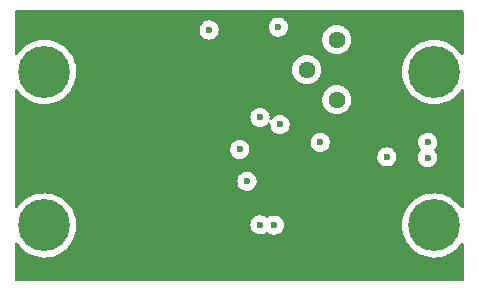
<source format=gbr>
%TF.GenerationSoftware,KiCad,Pcbnew,(6.0.4-0)*%
%TF.CreationDate,2022-11-03T14:14:05-06:00*%
%TF.ProjectId,howland,686f776c-616e-4642-9e6b-696361645f70,rev?*%
%TF.SameCoordinates,Original*%
%TF.FileFunction,Copper,L3,Inr*%
%TF.FilePolarity,Positive*%
%FSLAX46Y46*%
G04 Gerber Fmt 4.6, Leading zero omitted, Abs format (unit mm)*
G04 Created by KiCad (PCBNEW (6.0.4-0)) date 2022-11-03 14:14:05*
%MOMM*%
%LPD*%
G01*
G04 APERTURE LIST*
%TA.AperFunction,ComponentPad*%
%ADD10C,0.700000*%
%TD*%
%TA.AperFunction,ComponentPad*%
%ADD11C,4.400000*%
%TD*%
%TA.AperFunction,ComponentPad*%
%ADD12C,1.440000*%
%TD*%
%TA.AperFunction,ViaPad*%
%ADD13C,0.600000*%
%TD*%
G04 APERTURE END LIST*
D10*
%TO.N,GNDPWR*%
%TO.C,MH1*%
X101350000Y-84000000D03*
X103000000Y-82350000D03*
X104166726Y-85166726D03*
X104166726Y-82833274D03*
D11*
X103000000Y-84000000D03*
D10*
X104650000Y-84000000D03*
X101833274Y-82833274D03*
X101833274Y-85166726D03*
X103000000Y-85650000D03*
%TD*%
D11*
%TO.N,GNDPWR*%
%TO.C,MH2*%
X136000000Y-84000000D03*
D10*
X137166726Y-82833274D03*
X134350000Y-84000000D03*
X137650000Y-84000000D03*
X137166726Y-85166726D03*
X136000000Y-82350000D03*
X136000000Y-85650000D03*
X134833274Y-85166726D03*
X134833274Y-82833274D03*
%TD*%
%TO.N,GNDPWR*%
%TO.C,MH3*%
X101833274Y-98166726D03*
D11*
X103000000Y-97000000D03*
D10*
X104166726Y-98166726D03*
X101833274Y-95833274D03*
X104166726Y-95833274D03*
X103000000Y-95350000D03*
X104650000Y-97000000D03*
X101350000Y-97000000D03*
X103000000Y-98650000D03*
%TD*%
D11*
%TO.N,GNDPWR*%
%TO.C,MH4*%
X136000000Y-97000000D03*
D10*
X134833274Y-95833274D03*
X134350000Y-97000000D03*
X137650000Y-97000000D03*
X136000000Y-95350000D03*
X137166726Y-98166726D03*
X137166726Y-95833274D03*
X134833274Y-98166726D03*
X136000000Y-98650000D03*
%TD*%
D12*
%TO.N,Net-(R5-Pad2)*%
%TO.C,RV1*%
X127750000Y-86350000D03*
%TO.N,Net-(RV1-Pad2)*%
X125210000Y-83810000D03*
%TO.N,Net-(R6-Pad1)*%
X127750000Y-81270000D03*
%TD*%
D13*
%TO.N,GND*%
X136950000Y-80550000D03*
X132908411Y-81708411D03*
X112250000Y-80250000D03*
X132050000Y-92200000D03*
X112650000Y-88750000D03*
X127550000Y-91850000D03*
X127450000Y-94350000D03*
X131850000Y-86350000D03*
X124150000Y-94650000D03*
X116150000Y-89150000D03*
X112650000Y-93650000D03*
%TO.N,+3V3*%
X116950000Y-80450000D03*
X121250000Y-87850000D03*
X121250000Y-96950000D03*
X122800000Y-80200000D03*
%TO.N,VD*%
X132000000Y-91200000D03*
X135450000Y-91250000D03*
X122465000Y-96965000D03*
X122950000Y-88450000D03*
%TO.N,/Channel1/buffer/out+*%
X120150000Y-93250000D03*
X119550000Y-90550000D03*
%TO.N,/sda-tx*%
X135450000Y-89950000D03*
X126350000Y-89950000D03*
%TD*%
%TA.AperFunction,Conductor*%
%TO.N,GND*%
G36*
X138433621Y-78778502D02*
G01*
X138480114Y-78832158D01*
X138491500Y-78884500D01*
X138491500Y-82433521D01*
X138471498Y-82501642D01*
X138417842Y-82548135D01*
X138347568Y-82558239D01*
X138282988Y-82528745D01*
X138257557Y-82498515D01*
X138236226Y-82463084D01*
X138233899Y-82460100D01*
X138233894Y-82460093D01*
X138037726Y-82208558D01*
X138037724Y-82208556D01*
X138035390Y-82205563D01*
X137805070Y-81974034D01*
X137548603Y-81771852D01*
X137269705Y-81601945D01*
X137266261Y-81600379D01*
X137266257Y-81600377D01*
X137022300Y-81489457D01*
X136972414Y-81466775D01*
X136661037Y-81368300D01*
X136443492Y-81327390D01*
X136343809Y-81308645D01*
X136343807Y-81308645D01*
X136340086Y-81307945D01*
X136014208Y-81286586D01*
X136010428Y-81286794D01*
X136010427Y-81286794D01*
X135912897Y-81292162D01*
X135688124Y-81304532D01*
X135684397Y-81305193D01*
X135684393Y-81305193D01*
X135527341Y-81333027D01*
X135366557Y-81361522D01*
X135362941Y-81362624D01*
X135362933Y-81362626D01*
X135057789Y-81455627D01*
X135054167Y-81456731D01*
X134755477Y-81588781D01*
X134730041Y-81603914D01*
X134478074Y-81753817D01*
X134478068Y-81753821D01*
X134474814Y-81755757D01*
X134471812Y-81758073D01*
X134299384Y-81891101D01*
X134216244Y-81955243D01*
X133983513Y-82184347D01*
X133981149Y-82187314D01*
X133981146Y-82187317D01*
X133790551Y-82426499D01*
X133779991Y-82439751D01*
X133608626Y-82717757D01*
X133471902Y-83014336D01*
X133470741Y-83017940D01*
X133470741Y-83017941D01*
X133462196Y-83044477D01*
X133371797Y-83325192D01*
X133371079Y-83328903D01*
X133371078Y-83328907D01*
X133310482Y-83642105D01*
X133310481Y-83642114D01*
X133309763Y-83645824D01*
X133309496Y-83649600D01*
X133309495Y-83649605D01*
X133297751Y-83815475D01*
X133286698Y-83971585D01*
X133302936Y-84297759D01*
X133303577Y-84301490D01*
X133303578Y-84301498D01*
X133356000Y-84606576D01*
X133358241Y-84619619D01*
X133359329Y-84623258D01*
X133359330Y-84623261D01*
X133435507Y-84877976D01*
X133451814Y-84932504D01*
X133453327Y-84935975D01*
X133453329Y-84935981D01*
X133508500Y-85062563D01*
X133582297Y-85231881D01*
X133584220Y-85235152D01*
X133584222Y-85235156D01*
X133626584Y-85307215D01*
X133747802Y-85513414D01*
X133750103Y-85516429D01*
X133943631Y-85770012D01*
X133943636Y-85770017D01*
X133945931Y-85773025D01*
X134173814Y-86006953D01*
X134246635Y-86065607D01*
X134425196Y-86209431D01*
X134425201Y-86209435D01*
X134428149Y-86211809D01*
X134705253Y-86384627D01*
X135001112Y-86522903D01*
X135311440Y-86624634D01*
X135631742Y-86688346D01*
X135635514Y-86688633D01*
X135635522Y-86688634D01*
X135953602Y-86712829D01*
X135953607Y-86712829D01*
X135957379Y-86713116D01*
X136283633Y-86698586D01*
X136343425Y-86688634D01*
X136602037Y-86645590D01*
X136602042Y-86645589D01*
X136605778Y-86644967D01*
X136919149Y-86553034D01*
X136922616Y-86551544D01*
X136922620Y-86551543D01*
X137215721Y-86425616D01*
X137215723Y-86425615D01*
X137219205Y-86424119D01*
X137501601Y-86260091D01*
X137762245Y-86063324D01*
X137997363Y-85836670D01*
X138203549Y-85583410D01*
X138258939Y-85495622D01*
X138312205Y-85448685D01*
X138382392Y-85437996D01*
X138447217Y-85466951D01*
X138486096Y-85526355D01*
X138491500Y-85562859D01*
X138491500Y-95433521D01*
X138471498Y-95501642D01*
X138417842Y-95548135D01*
X138347568Y-95558239D01*
X138282988Y-95528745D01*
X138257557Y-95498515D01*
X138236226Y-95463084D01*
X138233899Y-95460100D01*
X138233894Y-95460093D01*
X138037726Y-95208558D01*
X138037724Y-95208556D01*
X138035390Y-95205563D01*
X137805070Y-94974034D01*
X137548603Y-94771852D01*
X137269705Y-94601945D01*
X137266261Y-94600379D01*
X137266257Y-94600377D01*
X137155667Y-94550095D01*
X136972414Y-94466775D01*
X136661037Y-94368300D01*
X136443492Y-94327390D01*
X136343809Y-94308645D01*
X136343807Y-94308645D01*
X136340086Y-94307945D01*
X136014208Y-94286586D01*
X136010428Y-94286794D01*
X136010427Y-94286794D01*
X135912897Y-94292162D01*
X135688124Y-94304532D01*
X135684397Y-94305193D01*
X135684393Y-94305193D01*
X135527340Y-94333027D01*
X135366557Y-94361522D01*
X135362941Y-94362624D01*
X135362933Y-94362626D01*
X135057789Y-94455627D01*
X135054167Y-94456731D01*
X134755477Y-94588781D01*
X134730041Y-94603914D01*
X134478074Y-94753817D01*
X134478068Y-94753821D01*
X134474814Y-94755757D01*
X134216244Y-94955243D01*
X133983513Y-95184347D01*
X133981149Y-95187314D01*
X133981146Y-95187317D01*
X133964220Y-95208558D01*
X133779991Y-95439751D01*
X133608626Y-95717757D01*
X133471902Y-96014336D01*
X133470741Y-96017940D01*
X133470741Y-96017941D01*
X133462196Y-96044477D01*
X133371797Y-96325192D01*
X133371079Y-96328903D01*
X133371078Y-96328907D01*
X133310482Y-96642105D01*
X133310481Y-96642114D01*
X133309763Y-96645824D01*
X133309496Y-96649600D01*
X133309495Y-96649605D01*
X133288534Y-96945653D01*
X133286698Y-96971585D01*
X133288003Y-96997790D01*
X133294378Y-97125844D01*
X133302936Y-97297759D01*
X133303577Y-97301490D01*
X133303578Y-97301498D01*
X133357116Y-97613069D01*
X133358241Y-97619619D01*
X133359329Y-97623258D01*
X133359330Y-97623261D01*
X133401013Y-97762637D01*
X133451814Y-97932504D01*
X133582297Y-98231881D01*
X133584220Y-98235152D01*
X133584222Y-98235156D01*
X133626584Y-98307215D01*
X133747802Y-98513414D01*
X133750103Y-98516429D01*
X133943631Y-98770012D01*
X133943636Y-98770017D01*
X133945931Y-98773025D01*
X134173814Y-99006953D01*
X134246635Y-99065607D01*
X134425196Y-99209431D01*
X134425201Y-99209435D01*
X134428149Y-99211809D01*
X134705253Y-99384627D01*
X135001112Y-99522903D01*
X135311440Y-99624634D01*
X135631742Y-99688346D01*
X135635514Y-99688633D01*
X135635522Y-99688634D01*
X135953602Y-99712829D01*
X135953607Y-99712829D01*
X135957379Y-99713116D01*
X136283633Y-99698586D01*
X136343425Y-99688634D01*
X136602037Y-99645590D01*
X136602042Y-99645589D01*
X136605778Y-99644967D01*
X136919149Y-99553034D01*
X136922616Y-99551544D01*
X136922620Y-99551543D01*
X137215721Y-99425616D01*
X137215723Y-99425615D01*
X137219205Y-99424119D01*
X137501601Y-99260091D01*
X137762245Y-99063324D01*
X137997363Y-98836670D01*
X138203549Y-98583410D01*
X138258939Y-98495622D01*
X138312205Y-98448685D01*
X138382392Y-98437996D01*
X138447217Y-98466951D01*
X138486096Y-98526355D01*
X138491500Y-98562859D01*
X138491500Y-101615500D01*
X138471498Y-101683621D01*
X138417842Y-101730114D01*
X138365500Y-101741500D01*
X100634500Y-101741500D01*
X100566379Y-101721498D01*
X100519886Y-101667842D01*
X100508500Y-101615500D01*
X100508500Y-98569306D01*
X100528502Y-98501185D01*
X100582158Y-98454692D01*
X100652432Y-98444588D01*
X100717012Y-98474082D01*
X100743122Y-98505453D01*
X100747802Y-98513414D01*
X100750103Y-98516429D01*
X100943631Y-98770012D01*
X100943636Y-98770017D01*
X100945931Y-98773025D01*
X101173814Y-99006953D01*
X101246635Y-99065607D01*
X101425196Y-99209431D01*
X101425201Y-99209435D01*
X101428149Y-99211809D01*
X101705253Y-99384627D01*
X102001112Y-99522903D01*
X102311440Y-99624634D01*
X102631742Y-99688346D01*
X102635514Y-99688633D01*
X102635522Y-99688634D01*
X102953602Y-99712829D01*
X102953607Y-99712829D01*
X102957379Y-99713116D01*
X103283633Y-99698586D01*
X103343425Y-99688634D01*
X103602037Y-99645590D01*
X103602042Y-99645589D01*
X103605778Y-99644967D01*
X103919149Y-99553034D01*
X103922616Y-99551544D01*
X103922620Y-99551543D01*
X104215721Y-99425616D01*
X104215723Y-99425615D01*
X104219205Y-99424119D01*
X104501601Y-99260091D01*
X104762245Y-99063324D01*
X104997363Y-98836670D01*
X105203549Y-98583410D01*
X105255429Y-98501185D01*
X105375788Y-98310428D01*
X105375790Y-98310425D01*
X105377815Y-98307215D01*
X105517638Y-98012084D01*
X105544188Y-97932504D01*
X105619790Y-97705897D01*
X105619792Y-97705891D01*
X105620992Y-97702293D01*
X105686381Y-97382329D01*
X105689599Y-97342773D01*
X105712674Y-97059061D01*
X105712856Y-97056826D01*
X105713451Y-97000000D01*
X105712711Y-96987717D01*
X105709752Y-96938640D01*
X120436463Y-96938640D01*
X120454163Y-97119160D01*
X120511418Y-97291273D01*
X120515065Y-97297295D01*
X120515066Y-97297297D01*
X120568823Y-97386060D01*
X120605380Y-97446424D01*
X120731382Y-97576902D01*
X120883159Y-97676222D01*
X120889763Y-97678678D01*
X120889765Y-97678679D01*
X121046558Y-97736990D01*
X121046560Y-97736990D01*
X121053168Y-97739448D01*
X121136995Y-97750633D01*
X121225980Y-97762507D01*
X121225984Y-97762507D01*
X121232961Y-97763438D01*
X121239972Y-97762800D01*
X121239976Y-97762800D01*
X121382459Y-97749832D01*
X121413600Y-97746998D01*
X121420302Y-97744820D01*
X121420304Y-97744820D01*
X121579409Y-97693124D01*
X121579412Y-97693123D01*
X121586108Y-97690947D01*
X121712044Y-97615874D01*
X121735860Y-97601677D01*
X121735862Y-97601676D01*
X121741912Y-97598069D01*
X121760920Y-97579968D01*
X121824045Y-97547476D01*
X121894716Y-97554269D01*
X121938444Y-97583682D01*
X121946382Y-97591902D01*
X121961320Y-97601677D01*
X122092227Y-97687340D01*
X122098159Y-97691222D01*
X122104763Y-97693678D01*
X122104765Y-97693679D01*
X122261558Y-97751990D01*
X122261560Y-97751990D01*
X122268168Y-97754448D01*
X122335544Y-97763438D01*
X122440980Y-97777507D01*
X122440984Y-97777507D01*
X122447961Y-97778438D01*
X122454972Y-97777800D01*
X122454976Y-97777800D01*
X122597459Y-97764832D01*
X122628600Y-97761998D01*
X122635302Y-97759820D01*
X122635304Y-97759820D01*
X122794409Y-97708124D01*
X122794412Y-97708123D01*
X122801108Y-97705947D01*
X122939815Y-97623261D01*
X122950860Y-97616677D01*
X122950862Y-97616676D01*
X122956912Y-97613069D01*
X123088266Y-97487982D01*
X123188643Y-97336902D01*
X123253055Y-97167338D01*
X123268272Y-97059061D01*
X123277748Y-96991639D01*
X123277748Y-96991636D01*
X123278299Y-96987717D01*
X123278616Y-96965000D01*
X123258397Y-96784745D01*
X123247017Y-96752066D01*
X123201064Y-96620106D01*
X123201062Y-96620103D01*
X123198745Y-96613448D01*
X123102626Y-96459624D01*
X123010832Y-96367187D01*
X122979778Y-96335915D01*
X122979774Y-96335912D01*
X122974815Y-96330918D01*
X122965793Y-96325192D01*
X122915538Y-96293300D01*
X122821666Y-96233727D01*
X122765755Y-96213818D01*
X122657425Y-96175243D01*
X122657420Y-96175242D01*
X122650790Y-96172881D01*
X122643802Y-96172048D01*
X122643799Y-96172047D01*
X122503889Y-96155364D01*
X122470680Y-96151404D01*
X122463677Y-96152140D01*
X122463676Y-96152140D01*
X122297288Y-96169628D01*
X122297286Y-96169629D01*
X122290288Y-96170364D01*
X122118579Y-96228818D01*
X122112575Y-96232512D01*
X121970090Y-96320169D01*
X121970087Y-96320171D01*
X121964088Y-96323862D01*
X121953925Y-96333815D01*
X121891262Y-96367187D01*
X121820503Y-96361384D01*
X121776359Y-96332578D01*
X121774711Y-96330918D01*
X121759815Y-96315918D01*
X121748697Y-96308862D01*
X121630302Y-96233727D01*
X121606666Y-96218727D01*
X121577463Y-96208328D01*
X121442425Y-96160243D01*
X121442420Y-96160242D01*
X121435790Y-96157881D01*
X121428802Y-96157048D01*
X121428799Y-96157047D01*
X121305698Y-96142368D01*
X121255680Y-96136404D01*
X121248677Y-96137140D01*
X121248676Y-96137140D01*
X121082288Y-96154628D01*
X121082286Y-96154629D01*
X121075288Y-96155364D01*
X120903579Y-96213818D01*
X120871218Y-96233727D01*
X120755095Y-96305166D01*
X120755092Y-96305168D01*
X120749088Y-96308862D01*
X120744053Y-96313793D01*
X120744050Y-96313795D01*
X120634208Y-96421361D01*
X120619493Y-96435771D01*
X120521235Y-96588238D01*
X120518826Y-96594858D01*
X120518824Y-96594861D01*
X120488639Y-96677793D01*
X120459197Y-96758685D01*
X120436463Y-96938640D01*
X105709752Y-96938640D01*
X105694026Y-96677793D01*
X105694026Y-96677789D01*
X105693798Y-96674015D01*
X105688650Y-96645824D01*
X105635805Y-96356473D01*
X105635804Y-96356469D01*
X105635125Y-96352751D01*
X105629898Y-96335915D01*
X105539404Y-96044477D01*
X105538282Y-96040863D01*
X105404670Y-95742869D01*
X105236226Y-95463084D01*
X105233899Y-95460100D01*
X105233894Y-95460093D01*
X105037726Y-95208558D01*
X105037724Y-95208556D01*
X105035390Y-95205563D01*
X104805070Y-94974034D01*
X104548603Y-94771852D01*
X104269705Y-94601945D01*
X104266261Y-94600379D01*
X104266257Y-94600377D01*
X104155667Y-94550095D01*
X103972414Y-94466775D01*
X103661037Y-94368300D01*
X103443492Y-94327390D01*
X103343809Y-94308645D01*
X103343807Y-94308645D01*
X103340086Y-94307945D01*
X103014208Y-94286586D01*
X103010428Y-94286794D01*
X103010427Y-94286794D01*
X102912897Y-94292162D01*
X102688124Y-94304532D01*
X102684397Y-94305193D01*
X102684393Y-94305193D01*
X102527340Y-94333027D01*
X102366557Y-94361522D01*
X102362941Y-94362624D01*
X102362933Y-94362626D01*
X102057789Y-94455627D01*
X102054167Y-94456731D01*
X101755477Y-94588781D01*
X101730041Y-94603914D01*
X101478074Y-94753817D01*
X101478068Y-94753821D01*
X101474814Y-94755757D01*
X101216244Y-94955243D01*
X100983513Y-95184347D01*
X100981149Y-95187314D01*
X100981146Y-95187317D01*
X100964220Y-95208558D01*
X100779991Y-95439751D01*
X100778000Y-95442981D01*
X100741760Y-95501773D01*
X100688988Y-95549266D01*
X100618916Y-95560690D01*
X100553792Y-95532416D01*
X100514293Y-95473422D01*
X100508500Y-95435657D01*
X100508500Y-93238640D01*
X119336463Y-93238640D01*
X119354163Y-93419160D01*
X119411418Y-93591273D01*
X119415065Y-93597295D01*
X119415066Y-93597297D01*
X119425978Y-93615314D01*
X119505380Y-93746424D01*
X119631382Y-93876902D01*
X119783159Y-93976222D01*
X119789763Y-93978678D01*
X119789765Y-93978679D01*
X119946558Y-94036990D01*
X119946560Y-94036990D01*
X119953168Y-94039448D01*
X120036995Y-94050633D01*
X120125980Y-94062507D01*
X120125984Y-94062507D01*
X120132961Y-94063438D01*
X120139972Y-94062800D01*
X120139976Y-94062800D01*
X120282459Y-94049832D01*
X120313600Y-94046998D01*
X120320302Y-94044820D01*
X120320304Y-94044820D01*
X120479409Y-93993124D01*
X120479412Y-93993123D01*
X120486108Y-93990947D01*
X120641912Y-93898069D01*
X120773266Y-93772982D01*
X120873643Y-93621902D01*
X120938055Y-93452338D01*
X120939035Y-93445366D01*
X120962748Y-93276639D01*
X120962748Y-93276636D01*
X120963299Y-93272717D01*
X120963616Y-93250000D01*
X120943397Y-93069745D01*
X120941080Y-93063091D01*
X120886064Y-92905106D01*
X120886062Y-92905103D01*
X120883745Y-92898448D01*
X120787626Y-92744624D01*
X120773941Y-92730843D01*
X120664778Y-92620915D01*
X120664774Y-92620912D01*
X120659815Y-92615918D01*
X120648697Y-92608862D01*
X120600538Y-92578300D01*
X120506666Y-92518727D01*
X120477463Y-92508328D01*
X120342425Y-92460243D01*
X120342420Y-92460242D01*
X120335790Y-92457881D01*
X120328802Y-92457048D01*
X120328799Y-92457047D01*
X120205698Y-92442368D01*
X120155680Y-92436404D01*
X120148677Y-92437140D01*
X120148676Y-92437140D01*
X119982288Y-92454628D01*
X119982286Y-92454629D01*
X119975288Y-92455364D01*
X119803579Y-92513818D01*
X119797575Y-92517512D01*
X119655095Y-92605166D01*
X119655092Y-92605168D01*
X119649088Y-92608862D01*
X119644053Y-92613793D01*
X119644050Y-92613795D01*
X119524525Y-92730843D01*
X119519493Y-92735771D01*
X119421235Y-92888238D01*
X119418826Y-92894858D01*
X119418824Y-92894861D01*
X119361606Y-93052066D01*
X119359197Y-93058685D01*
X119336463Y-93238640D01*
X100508500Y-93238640D01*
X100508500Y-90538640D01*
X118736463Y-90538640D01*
X118754163Y-90719160D01*
X118811418Y-90891273D01*
X118815065Y-90897295D01*
X118815066Y-90897297D01*
X118889223Y-91019745D01*
X118905380Y-91046424D01*
X118910269Y-91051487D01*
X118910270Y-91051488D01*
X118925357Y-91067111D01*
X119031382Y-91176902D01*
X119069242Y-91201677D01*
X119143088Y-91250000D01*
X119183159Y-91276222D01*
X119189763Y-91278678D01*
X119189765Y-91278679D01*
X119346558Y-91336990D01*
X119346560Y-91336990D01*
X119353168Y-91339448D01*
X119436995Y-91350633D01*
X119525980Y-91362507D01*
X119525984Y-91362507D01*
X119532961Y-91363438D01*
X119539972Y-91362800D01*
X119539976Y-91362800D01*
X119682459Y-91349832D01*
X119713600Y-91346998D01*
X119720302Y-91344820D01*
X119720304Y-91344820D01*
X119879409Y-91293124D01*
X119879412Y-91293123D01*
X119886108Y-91290947D01*
X119985586Y-91231646D01*
X120035860Y-91201677D01*
X120035862Y-91201676D01*
X120041912Y-91198069D01*
X120051813Y-91188640D01*
X131186463Y-91188640D01*
X131204163Y-91369160D01*
X131261418Y-91541273D01*
X131265065Y-91547295D01*
X131265066Y-91547297D01*
X131275978Y-91565314D01*
X131355380Y-91696424D01*
X131481382Y-91826902D01*
X131633159Y-91926222D01*
X131639763Y-91928678D01*
X131639765Y-91928679D01*
X131796558Y-91986990D01*
X131796560Y-91986990D01*
X131803168Y-91989448D01*
X131886995Y-92000633D01*
X131975980Y-92012507D01*
X131975984Y-92012507D01*
X131982961Y-92013438D01*
X131989972Y-92012800D01*
X131989976Y-92012800D01*
X132132459Y-91999832D01*
X132163600Y-91996998D01*
X132170302Y-91994820D01*
X132170304Y-91994820D01*
X132329409Y-91943124D01*
X132329412Y-91943123D01*
X132336108Y-91940947D01*
X132491912Y-91848069D01*
X132623266Y-91722982D01*
X132723643Y-91571902D01*
X132781665Y-91419160D01*
X132785555Y-91408920D01*
X132785556Y-91408918D01*
X132788055Y-91402338D01*
X132789035Y-91395366D01*
X132811061Y-91238640D01*
X134636463Y-91238640D01*
X134654163Y-91419160D01*
X134711418Y-91591273D01*
X134715065Y-91597295D01*
X134715066Y-91597297D01*
X134794126Y-91727841D01*
X134805380Y-91746424D01*
X134931382Y-91876902D01*
X135083159Y-91976222D01*
X135089763Y-91978678D01*
X135089765Y-91978679D01*
X135246558Y-92036990D01*
X135246560Y-92036990D01*
X135253168Y-92039448D01*
X135336995Y-92050633D01*
X135425980Y-92062507D01*
X135425984Y-92062507D01*
X135432961Y-92063438D01*
X135439972Y-92062800D01*
X135439976Y-92062800D01*
X135582459Y-92049832D01*
X135613600Y-92046998D01*
X135620302Y-92044820D01*
X135620304Y-92044820D01*
X135779409Y-91993124D01*
X135779412Y-91993123D01*
X135786108Y-91990947D01*
X135941912Y-91898069D01*
X136073266Y-91772982D01*
X136173643Y-91621902D01*
X136238055Y-91452338D01*
X136239035Y-91445366D01*
X136262748Y-91276639D01*
X136262748Y-91276636D01*
X136263299Y-91272717D01*
X136263616Y-91250000D01*
X136243397Y-91069745D01*
X136241080Y-91063091D01*
X136186064Y-90905106D01*
X136186062Y-90905103D01*
X136183745Y-90898448D01*
X136152502Y-90848448D01*
X136091359Y-90750598D01*
X136087626Y-90744624D01*
X136033012Y-90689627D01*
X136032667Y-90689280D01*
X135998860Y-90626849D01*
X136004172Y-90556052D01*
X136035181Y-90509251D01*
X136068159Y-90477846D01*
X136068162Y-90477843D01*
X136073266Y-90472982D01*
X136173643Y-90321902D01*
X136238055Y-90152338D01*
X136239035Y-90145366D01*
X136262748Y-89976639D01*
X136262748Y-89976636D01*
X136263299Y-89972717D01*
X136263616Y-89950000D01*
X136243397Y-89769745D01*
X136240088Y-89760243D01*
X136186064Y-89605106D01*
X136186062Y-89605103D01*
X136183745Y-89598448D01*
X136087626Y-89444624D01*
X136073941Y-89430843D01*
X135964778Y-89320915D01*
X135964774Y-89320912D01*
X135959815Y-89315918D01*
X135948697Y-89308862D01*
X135847782Y-89244820D01*
X135806666Y-89218727D01*
X135777463Y-89208328D01*
X135642425Y-89160243D01*
X135642420Y-89160242D01*
X135635790Y-89157881D01*
X135628802Y-89157048D01*
X135628799Y-89157047D01*
X135505698Y-89142368D01*
X135455680Y-89136404D01*
X135448677Y-89137140D01*
X135448676Y-89137140D01*
X135282288Y-89154628D01*
X135282286Y-89154629D01*
X135275288Y-89155364D01*
X135103579Y-89213818D01*
X135097575Y-89217512D01*
X134955095Y-89305166D01*
X134955092Y-89305168D01*
X134949088Y-89308862D01*
X134944053Y-89313793D01*
X134944050Y-89313795D01*
X134824525Y-89430843D01*
X134819493Y-89435771D01*
X134721235Y-89588238D01*
X134718826Y-89594858D01*
X134718824Y-89594861D01*
X134667307Y-89736404D01*
X134659197Y-89758685D01*
X134636463Y-89938640D01*
X134654163Y-90119160D01*
X134711418Y-90291273D01*
X134715065Y-90297295D01*
X134715066Y-90297297D01*
X134782038Y-90407881D01*
X134805380Y-90446424D01*
X134831027Y-90472982D01*
X134868932Y-90512234D01*
X134901864Y-90575131D01*
X134895564Y-90645847D01*
X134866453Y-90689784D01*
X134829630Y-90725844D01*
X134819493Y-90735771D01*
X134721235Y-90888238D01*
X134718826Y-90894858D01*
X134718824Y-90894861D01*
X134661606Y-91052066D01*
X134659197Y-91058685D01*
X134636463Y-91238640D01*
X132811061Y-91238640D01*
X132812748Y-91226639D01*
X132812748Y-91226636D01*
X132813299Y-91222717D01*
X132813616Y-91200000D01*
X132793397Y-91019745D01*
X132791080Y-91013091D01*
X132736064Y-90855106D01*
X132736062Y-90855103D01*
X132733745Y-90848448D01*
X132637626Y-90694624D01*
X132615521Y-90672364D01*
X132514778Y-90570915D01*
X132514774Y-90570912D01*
X132509815Y-90565918D01*
X132498697Y-90558862D01*
X132371027Y-90477841D01*
X132356666Y-90468727D01*
X132294032Y-90446424D01*
X132192425Y-90410243D01*
X132192420Y-90410242D01*
X132185790Y-90407881D01*
X132178802Y-90407048D01*
X132178799Y-90407047D01*
X132055698Y-90392368D01*
X132005680Y-90386404D01*
X131998677Y-90387140D01*
X131998676Y-90387140D01*
X131832288Y-90404628D01*
X131832286Y-90404629D01*
X131825288Y-90405364D01*
X131653579Y-90463818D01*
X131630785Y-90477841D01*
X131505095Y-90555166D01*
X131505092Y-90555168D01*
X131499088Y-90558862D01*
X131494053Y-90563793D01*
X131494050Y-90563795D01*
X131379244Y-90676222D01*
X131369493Y-90685771D01*
X131271235Y-90838238D01*
X131268826Y-90844858D01*
X131268824Y-90844861D01*
X131211606Y-91002066D01*
X131209197Y-91008685D01*
X131186463Y-91188640D01*
X120051813Y-91188640D01*
X120173266Y-91072982D01*
X120273643Y-90921902D01*
X120315423Y-90811917D01*
X120335555Y-90758920D01*
X120335556Y-90758918D01*
X120338055Y-90752338D01*
X120339736Y-90740380D01*
X120362748Y-90576639D01*
X120362748Y-90576636D01*
X120363299Y-90572717D01*
X120363616Y-90550000D01*
X120343397Y-90369745D01*
X120341080Y-90363091D01*
X120286064Y-90205106D01*
X120286062Y-90205103D01*
X120283745Y-90198448D01*
X120187626Y-90044624D01*
X120120114Y-89976639D01*
X120082380Y-89938640D01*
X125536463Y-89938640D01*
X125554163Y-90119160D01*
X125611418Y-90291273D01*
X125615065Y-90297295D01*
X125615066Y-90297297D01*
X125682038Y-90407881D01*
X125705380Y-90446424D01*
X125710269Y-90451487D01*
X125710270Y-90451488D01*
X125726918Y-90468727D01*
X125831382Y-90576902D01*
X125983159Y-90676222D01*
X125989763Y-90678678D01*
X125989765Y-90678679D01*
X126146558Y-90736990D01*
X126146560Y-90736990D01*
X126153168Y-90739448D01*
X126236732Y-90750598D01*
X126325980Y-90762507D01*
X126325984Y-90762507D01*
X126332961Y-90763438D01*
X126339972Y-90762800D01*
X126339976Y-90762800D01*
X126482459Y-90749832D01*
X126513600Y-90746998D01*
X126520302Y-90744820D01*
X126520304Y-90744820D01*
X126679409Y-90693124D01*
X126679412Y-90693123D01*
X126686108Y-90690947D01*
X126841912Y-90598069D01*
X126973266Y-90472982D01*
X127073643Y-90321902D01*
X127138055Y-90152338D01*
X127139035Y-90145366D01*
X127162748Y-89976639D01*
X127162748Y-89976636D01*
X127163299Y-89972717D01*
X127163616Y-89950000D01*
X127143397Y-89769745D01*
X127140088Y-89760243D01*
X127086064Y-89605106D01*
X127086062Y-89605103D01*
X127083745Y-89598448D01*
X126987626Y-89444624D01*
X126973941Y-89430843D01*
X126864778Y-89320915D01*
X126864774Y-89320912D01*
X126859815Y-89315918D01*
X126848697Y-89308862D01*
X126747782Y-89244820D01*
X126706666Y-89218727D01*
X126677463Y-89208328D01*
X126542425Y-89160243D01*
X126542420Y-89160242D01*
X126535790Y-89157881D01*
X126528802Y-89157048D01*
X126528799Y-89157047D01*
X126405698Y-89142368D01*
X126355680Y-89136404D01*
X126348677Y-89137140D01*
X126348676Y-89137140D01*
X126182288Y-89154628D01*
X126182286Y-89154629D01*
X126175288Y-89155364D01*
X126003579Y-89213818D01*
X125997575Y-89217512D01*
X125855095Y-89305166D01*
X125855092Y-89305168D01*
X125849088Y-89308862D01*
X125844053Y-89313793D01*
X125844050Y-89313795D01*
X125724525Y-89430843D01*
X125719493Y-89435771D01*
X125621235Y-89588238D01*
X125618826Y-89594858D01*
X125618824Y-89594861D01*
X125567307Y-89736404D01*
X125559197Y-89758685D01*
X125536463Y-89938640D01*
X120082380Y-89938640D01*
X120064778Y-89920915D01*
X120064774Y-89920912D01*
X120059815Y-89915918D01*
X120048697Y-89908862D01*
X120000538Y-89878300D01*
X119906666Y-89818727D01*
X119877463Y-89808328D01*
X119742425Y-89760243D01*
X119742420Y-89760242D01*
X119735790Y-89757881D01*
X119728802Y-89757048D01*
X119728799Y-89757047D01*
X119605698Y-89742368D01*
X119555680Y-89736404D01*
X119548677Y-89737140D01*
X119548676Y-89737140D01*
X119382288Y-89754628D01*
X119382286Y-89754629D01*
X119375288Y-89755364D01*
X119203579Y-89813818D01*
X119197575Y-89817512D01*
X119055095Y-89905166D01*
X119055092Y-89905168D01*
X119049088Y-89908862D01*
X119044053Y-89913793D01*
X119044050Y-89913795D01*
X118924525Y-90030843D01*
X118919493Y-90035771D01*
X118821235Y-90188238D01*
X118818826Y-90194858D01*
X118818824Y-90194861D01*
X118774983Y-90315314D01*
X118759197Y-90358685D01*
X118736463Y-90538640D01*
X100508500Y-90538640D01*
X100508500Y-87838640D01*
X120436463Y-87838640D01*
X120454163Y-88019160D01*
X120511418Y-88191273D01*
X120515065Y-88197295D01*
X120515066Y-88197297D01*
X120563181Y-88276744D01*
X120605380Y-88346424D01*
X120731382Y-88476902D01*
X120883159Y-88576222D01*
X120889763Y-88578678D01*
X120889765Y-88578679D01*
X121046558Y-88636990D01*
X121046560Y-88636990D01*
X121053168Y-88639448D01*
X121136995Y-88650633D01*
X121225980Y-88662507D01*
X121225984Y-88662507D01*
X121232961Y-88663438D01*
X121239972Y-88662800D01*
X121239976Y-88662800D01*
X121382459Y-88649832D01*
X121413600Y-88646998D01*
X121420302Y-88644820D01*
X121420304Y-88644820D01*
X121579409Y-88593124D01*
X121579412Y-88593123D01*
X121586108Y-88590947D01*
X121741912Y-88498069D01*
X121873266Y-88372982D01*
X121911217Y-88315861D01*
X121965574Y-88270192D01*
X122035994Y-88261160D01*
X122100118Y-88291634D01*
X122137587Y-88351938D01*
X122141170Y-88401382D01*
X122136463Y-88438640D01*
X122154163Y-88619160D01*
X122211418Y-88791273D01*
X122215065Y-88797295D01*
X122215066Y-88797297D01*
X122225978Y-88815314D01*
X122305380Y-88946424D01*
X122431382Y-89076902D01*
X122437278Y-89080760D01*
X122558741Y-89160243D01*
X122583159Y-89176222D01*
X122589763Y-89178678D01*
X122589765Y-89178679D01*
X122746558Y-89236990D01*
X122746560Y-89236990D01*
X122753168Y-89239448D01*
X122836995Y-89250633D01*
X122925980Y-89262507D01*
X122925984Y-89262507D01*
X122932961Y-89263438D01*
X122939972Y-89262800D01*
X122939976Y-89262800D01*
X123082459Y-89249832D01*
X123113600Y-89246998D01*
X123120302Y-89244820D01*
X123120304Y-89244820D01*
X123279409Y-89193124D01*
X123279412Y-89193123D01*
X123286108Y-89190947D01*
X123441912Y-89098069D01*
X123573266Y-88972982D01*
X123673643Y-88821902D01*
X123715423Y-88711917D01*
X123735555Y-88658920D01*
X123735556Y-88658918D01*
X123738055Y-88652338D01*
X123740212Y-88636990D01*
X123762748Y-88476639D01*
X123762748Y-88476636D01*
X123763299Y-88472717D01*
X123763616Y-88450000D01*
X123743397Y-88269745D01*
X123741080Y-88263091D01*
X123686064Y-88105106D01*
X123686062Y-88105103D01*
X123683745Y-88098448D01*
X123587626Y-87944624D01*
X123573941Y-87930843D01*
X123464778Y-87820915D01*
X123464774Y-87820912D01*
X123459815Y-87815918D01*
X123448697Y-87808862D01*
X123400538Y-87778300D01*
X123306666Y-87718727D01*
X123277463Y-87708328D01*
X123142425Y-87660243D01*
X123142420Y-87660242D01*
X123135790Y-87657881D01*
X123128802Y-87657048D01*
X123128799Y-87657047D01*
X123005698Y-87642368D01*
X122955680Y-87636404D01*
X122948677Y-87637140D01*
X122948676Y-87637140D01*
X122782288Y-87654628D01*
X122782286Y-87654629D01*
X122775288Y-87655364D01*
X122603579Y-87713818D01*
X122597575Y-87717512D01*
X122455095Y-87805166D01*
X122455092Y-87805168D01*
X122449088Y-87808862D01*
X122444053Y-87813793D01*
X122444050Y-87813795D01*
X122324525Y-87930843D01*
X122319493Y-87935771D01*
X122315680Y-87941688D01*
X122315679Y-87941689D01*
X122290956Y-87980052D01*
X122237241Y-88026476D01*
X122166954Y-88036490D01*
X122102411Y-88006915D01*
X122064104Y-87947140D01*
X122060271Y-87894261D01*
X122063299Y-87872717D01*
X122063616Y-87850000D01*
X122043397Y-87669745D01*
X122040088Y-87660243D01*
X121986064Y-87505106D01*
X121986062Y-87505103D01*
X121983745Y-87498448D01*
X121887626Y-87344624D01*
X121873941Y-87330843D01*
X121764778Y-87220915D01*
X121764774Y-87220912D01*
X121759815Y-87215918D01*
X121748697Y-87208862D01*
X121650549Y-87146576D01*
X121606666Y-87118727D01*
X121577463Y-87108328D01*
X121442425Y-87060243D01*
X121442420Y-87060242D01*
X121435790Y-87057881D01*
X121428802Y-87057048D01*
X121428799Y-87057047D01*
X121305698Y-87042368D01*
X121255680Y-87036404D01*
X121248677Y-87037140D01*
X121248676Y-87037140D01*
X121082288Y-87054628D01*
X121082286Y-87054629D01*
X121075288Y-87055364D01*
X120903579Y-87113818D01*
X120897575Y-87117512D01*
X120755095Y-87205166D01*
X120755092Y-87205168D01*
X120749088Y-87208862D01*
X120744053Y-87213793D01*
X120744050Y-87213795D01*
X120624525Y-87330843D01*
X120619493Y-87335771D01*
X120521235Y-87488238D01*
X120518826Y-87494858D01*
X120518824Y-87494861D01*
X120486848Y-87582714D01*
X120459197Y-87658685D01*
X120436463Y-87838640D01*
X100508500Y-87838640D01*
X100508500Y-85569306D01*
X100528502Y-85501185D01*
X100582158Y-85454692D01*
X100652432Y-85444588D01*
X100717012Y-85474082D01*
X100743122Y-85505453D01*
X100747802Y-85513414D01*
X100750103Y-85516429D01*
X100943631Y-85770012D01*
X100943636Y-85770017D01*
X100945931Y-85773025D01*
X101173814Y-86006953D01*
X101246635Y-86065607D01*
X101425196Y-86209431D01*
X101425201Y-86209435D01*
X101428149Y-86211809D01*
X101705253Y-86384627D01*
X102001112Y-86522903D01*
X102311440Y-86624634D01*
X102631742Y-86688346D01*
X102635514Y-86688633D01*
X102635522Y-86688634D01*
X102953602Y-86712829D01*
X102953607Y-86712829D01*
X102957379Y-86713116D01*
X103283633Y-86698586D01*
X103343425Y-86688634D01*
X103602037Y-86645590D01*
X103602042Y-86645589D01*
X103605778Y-86644967D01*
X103919149Y-86553034D01*
X103922616Y-86551544D01*
X103922620Y-86551543D01*
X104215721Y-86425616D01*
X104215723Y-86425615D01*
X104219205Y-86424119D01*
X104346811Y-86350000D01*
X126516807Y-86350000D01*
X126535542Y-86564142D01*
X126536966Y-86569455D01*
X126536966Y-86569457D01*
X126568823Y-86688346D01*
X126591178Y-86771777D01*
X126682024Y-86966596D01*
X126805319Y-87142681D01*
X126957319Y-87294681D01*
X127133403Y-87417976D01*
X127138381Y-87420297D01*
X127138384Y-87420299D01*
X127305976Y-87498448D01*
X127328223Y-87508822D01*
X127333531Y-87510244D01*
X127333533Y-87510245D01*
X127530543Y-87563034D01*
X127530545Y-87563034D01*
X127535858Y-87564458D01*
X127750000Y-87583193D01*
X127964142Y-87564458D01*
X127969455Y-87563034D01*
X127969457Y-87563034D01*
X128166467Y-87510245D01*
X128166469Y-87510244D01*
X128171777Y-87508822D01*
X128194024Y-87498448D01*
X128361616Y-87420299D01*
X128361619Y-87420297D01*
X128366597Y-87417976D01*
X128542681Y-87294681D01*
X128694681Y-87142681D01*
X128817976Y-86966596D01*
X128908822Y-86771777D01*
X128931178Y-86688346D01*
X128963034Y-86569457D01*
X128963034Y-86569455D01*
X128964458Y-86564142D01*
X128983193Y-86350000D01*
X128964458Y-86135858D01*
X128945634Y-86065607D01*
X128910245Y-85933533D01*
X128910244Y-85933531D01*
X128908822Y-85928223D01*
X128864756Y-85833723D01*
X128820299Y-85738385D01*
X128820297Y-85738382D01*
X128817976Y-85733404D01*
X128694681Y-85557319D01*
X128542681Y-85405319D01*
X128366597Y-85282024D01*
X128361619Y-85279703D01*
X128361616Y-85279701D01*
X128176759Y-85193501D01*
X128176758Y-85193500D01*
X128171777Y-85191178D01*
X128166469Y-85189756D01*
X128166467Y-85189755D01*
X127969457Y-85136966D01*
X127969455Y-85136966D01*
X127964142Y-85135542D01*
X127750000Y-85116807D01*
X127535858Y-85135542D01*
X127530545Y-85136966D01*
X127530543Y-85136966D01*
X127333533Y-85189755D01*
X127333531Y-85189756D01*
X127328223Y-85191178D01*
X127323243Y-85193500D01*
X127323241Y-85193501D01*
X127138385Y-85279701D01*
X127138382Y-85279703D01*
X127133404Y-85282024D01*
X126957319Y-85405319D01*
X126805319Y-85557319D01*
X126682024Y-85733404D01*
X126679703Y-85738382D01*
X126679701Y-85738385D01*
X126635244Y-85833723D01*
X126591178Y-85928223D01*
X126589756Y-85933531D01*
X126589755Y-85933533D01*
X126554366Y-86065607D01*
X126535542Y-86135858D01*
X126516807Y-86350000D01*
X104346811Y-86350000D01*
X104501601Y-86260091D01*
X104762245Y-86063324D01*
X104997363Y-85836670D01*
X105203549Y-85583410D01*
X105255429Y-85501185D01*
X105375788Y-85310428D01*
X105375790Y-85310425D01*
X105377815Y-85307215D01*
X105517638Y-85012084D01*
X105531597Y-84970245D01*
X105619790Y-84705897D01*
X105619792Y-84705891D01*
X105620992Y-84702293D01*
X105686381Y-84382329D01*
X105692956Y-84301498D01*
X105712674Y-84059061D01*
X105712856Y-84056826D01*
X105713451Y-84000000D01*
X105711510Y-83967796D01*
X105701997Y-83810000D01*
X123976807Y-83810000D01*
X123995542Y-84024142D01*
X123996966Y-84029455D01*
X123996966Y-84029457D01*
X124004899Y-84059061D01*
X124051178Y-84231777D01*
X124053500Y-84236757D01*
X124053501Y-84236759D01*
X124123122Y-84386060D01*
X124142024Y-84426596D01*
X124265319Y-84602681D01*
X124417319Y-84754681D01*
X124593403Y-84877976D01*
X124598381Y-84880297D01*
X124598384Y-84880299D01*
X124717795Y-84935981D01*
X124788223Y-84968822D01*
X124793531Y-84970244D01*
X124793533Y-84970245D01*
X124990543Y-85023034D01*
X124990545Y-85023034D01*
X124995858Y-85024458D01*
X125210000Y-85043193D01*
X125424142Y-85024458D01*
X125429455Y-85023034D01*
X125429457Y-85023034D01*
X125626467Y-84970245D01*
X125626469Y-84970244D01*
X125631777Y-84968822D01*
X125702205Y-84935981D01*
X125821616Y-84880299D01*
X125821619Y-84880297D01*
X125826597Y-84877976D01*
X126002681Y-84754681D01*
X126154681Y-84602681D01*
X126277976Y-84426596D01*
X126296879Y-84386060D01*
X126366499Y-84236759D01*
X126366500Y-84236757D01*
X126368822Y-84231777D01*
X126415102Y-84059061D01*
X126423034Y-84029457D01*
X126423034Y-84029455D01*
X126424458Y-84024142D01*
X126443193Y-83810000D01*
X126424458Y-83595858D01*
X126368822Y-83388223D01*
X126350597Y-83349140D01*
X126280299Y-83198385D01*
X126280297Y-83198382D01*
X126277976Y-83193404D01*
X126154681Y-83017319D01*
X126002681Y-82865319D01*
X125826597Y-82742024D01*
X125821619Y-82739703D01*
X125821616Y-82739701D01*
X125636759Y-82653501D01*
X125636758Y-82653500D01*
X125631777Y-82651178D01*
X125626469Y-82649756D01*
X125626467Y-82649755D01*
X125429457Y-82596966D01*
X125429455Y-82596966D01*
X125424142Y-82595542D01*
X125210000Y-82576807D01*
X124995858Y-82595542D01*
X124990545Y-82596966D01*
X124990543Y-82596966D01*
X124793533Y-82649755D01*
X124793531Y-82649756D01*
X124788223Y-82651178D01*
X124783243Y-82653500D01*
X124783241Y-82653501D01*
X124598385Y-82739701D01*
X124598382Y-82739703D01*
X124593404Y-82742024D01*
X124417319Y-82865319D01*
X124265319Y-83017319D01*
X124142024Y-83193404D01*
X124139703Y-83198382D01*
X124139701Y-83198385D01*
X124069403Y-83349140D01*
X124051178Y-83388223D01*
X123995542Y-83595858D01*
X123976807Y-83810000D01*
X105701997Y-83810000D01*
X105694026Y-83677793D01*
X105694026Y-83677789D01*
X105693798Y-83674015D01*
X105688650Y-83645824D01*
X105635805Y-83356473D01*
X105635804Y-83356469D01*
X105635125Y-83352751D01*
X105627722Y-83328907D01*
X105539404Y-83044477D01*
X105538282Y-83040863D01*
X105404670Y-82742869D01*
X105236226Y-82463084D01*
X105233899Y-82460100D01*
X105233894Y-82460093D01*
X105037726Y-82208558D01*
X105037724Y-82208556D01*
X105035390Y-82205563D01*
X104805070Y-81974034D01*
X104548603Y-81771852D01*
X104269705Y-81601945D01*
X104266261Y-81600379D01*
X104266257Y-81600377D01*
X104022300Y-81489457D01*
X103972414Y-81466775D01*
X103661037Y-81368300D01*
X103443492Y-81327390D01*
X103343809Y-81308645D01*
X103343807Y-81308645D01*
X103340086Y-81307945D01*
X103014208Y-81286586D01*
X103010428Y-81286794D01*
X103010427Y-81286794D01*
X102912897Y-81292162D01*
X102688124Y-81304532D01*
X102684397Y-81305193D01*
X102684393Y-81305193D01*
X102527341Y-81333027D01*
X102366557Y-81361522D01*
X102362941Y-81362624D01*
X102362933Y-81362626D01*
X102057789Y-81455627D01*
X102054167Y-81456731D01*
X101755477Y-81588781D01*
X101730041Y-81603914D01*
X101478074Y-81753817D01*
X101478068Y-81753821D01*
X101474814Y-81755757D01*
X101471812Y-81758073D01*
X101299384Y-81891101D01*
X101216244Y-81955243D01*
X100983513Y-82184347D01*
X100981149Y-82187314D01*
X100981146Y-82187317D01*
X100790551Y-82426499D01*
X100779991Y-82439751D01*
X100778000Y-82442981D01*
X100741760Y-82501773D01*
X100688988Y-82549266D01*
X100618916Y-82560690D01*
X100553792Y-82532416D01*
X100514293Y-82473422D01*
X100508500Y-82435657D01*
X100508500Y-81270000D01*
X126516807Y-81270000D01*
X126535542Y-81484142D01*
X126536966Y-81489455D01*
X126536966Y-81489457D01*
X126563169Y-81587245D01*
X126591178Y-81691777D01*
X126682024Y-81886596D01*
X126805319Y-82062681D01*
X126957319Y-82214681D01*
X127133403Y-82337976D01*
X127138381Y-82340297D01*
X127138384Y-82340299D01*
X127323241Y-82426499D01*
X127328223Y-82428822D01*
X127333531Y-82430244D01*
X127333533Y-82430245D01*
X127530543Y-82483034D01*
X127530545Y-82483034D01*
X127535858Y-82484458D01*
X127750000Y-82503193D01*
X127964142Y-82484458D01*
X127969455Y-82483034D01*
X127969457Y-82483034D01*
X128166467Y-82430245D01*
X128166469Y-82430244D01*
X128171777Y-82428822D01*
X128176759Y-82426499D01*
X128361616Y-82340299D01*
X128361619Y-82340297D01*
X128366597Y-82337976D01*
X128542681Y-82214681D01*
X128694681Y-82062681D01*
X128817976Y-81886596D01*
X128908822Y-81691777D01*
X128936832Y-81587245D01*
X128963034Y-81489457D01*
X128963034Y-81489455D01*
X128964458Y-81484142D01*
X128983193Y-81270000D01*
X128964458Y-81055858D01*
X128948858Y-80997637D01*
X128910245Y-80853533D01*
X128910244Y-80853531D01*
X128908822Y-80848223D01*
X128882266Y-80791273D01*
X128820299Y-80658385D01*
X128820297Y-80658382D01*
X128817976Y-80653404D01*
X128694681Y-80477319D01*
X128542681Y-80325319D01*
X128366597Y-80202024D01*
X128361619Y-80199703D01*
X128361616Y-80199701D01*
X128176759Y-80113501D01*
X128176758Y-80113500D01*
X128171777Y-80111178D01*
X128166469Y-80109756D01*
X128166467Y-80109755D01*
X127969457Y-80056966D01*
X127969455Y-80056966D01*
X127964142Y-80055542D01*
X127750000Y-80036807D01*
X127535858Y-80055542D01*
X127530545Y-80056966D01*
X127530543Y-80056966D01*
X127333533Y-80109755D01*
X127333531Y-80109756D01*
X127328223Y-80111178D01*
X127323243Y-80113500D01*
X127323241Y-80113501D01*
X127138385Y-80199701D01*
X127138382Y-80199703D01*
X127133404Y-80202024D01*
X126957319Y-80325319D01*
X126805319Y-80477319D01*
X126682024Y-80653404D01*
X126679703Y-80658382D01*
X126679701Y-80658385D01*
X126617734Y-80791273D01*
X126591178Y-80848223D01*
X126589756Y-80853531D01*
X126589755Y-80853533D01*
X126551142Y-80997637D01*
X126535542Y-81055858D01*
X126516807Y-81270000D01*
X100508500Y-81270000D01*
X100508500Y-80438640D01*
X116136463Y-80438640D01*
X116154163Y-80619160D01*
X116211418Y-80791273D01*
X116215065Y-80797295D01*
X116215066Y-80797297D01*
X116299879Y-80937340D01*
X116305380Y-80946424D01*
X116431382Y-81076902D01*
X116583159Y-81176222D01*
X116589763Y-81178678D01*
X116589765Y-81178679D01*
X116746558Y-81236990D01*
X116746560Y-81236990D01*
X116753168Y-81239448D01*
X116836995Y-81250633D01*
X116925980Y-81262507D01*
X116925984Y-81262507D01*
X116932961Y-81263438D01*
X116939972Y-81262800D01*
X116939976Y-81262800D01*
X117082459Y-81249832D01*
X117113600Y-81246998D01*
X117120302Y-81244820D01*
X117120304Y-81244820D01*
X117279409Y-81193124D01*
X117279412Y-81193123D01*
X117286108Y-81190947D01*
X117441912Y-81098069D01*
X117573266Y-80972982D01*
X117673643Y-80821902D01*
X117715423Y-80711917D01*
X117735555Y-80658920D01*
X117735556Y-80658918D01*
X117738055Y-80652338D01*
X117739035Y-80645366D01*
X117762748Y-80476639D01*
X117762748Y-80476636D01*
X117763299Y-80472717D01*
X117763616Y-80450000D01*
X117743397Y-80269745D01*
X117741080Y-80263091D01*
X117715154Y-80188640D01*
X121986463Y-80188640D01*
X122004163Y-80369160D01*
X122061418Y-80541273D01*
X122065065Y-80547295D01*
X122065066Y-80547297D01*
X122128681Y-80652338D01*
X122155380Y-80696424D01*
X122281382Y-80826902D01*
X122433159Y-80926222D01*
X122439763Y-80928678D01*
X122439765Y-80928679D01*
X122596558Y-80986990D01*
X122596560Y-80986990D01*
X122603168Y-80989448D01*
X122686995Y-81000633D01*
X122775980Y-81012507D01*
X122775984Y-81012507D01*
X122782961Y-81013438D01*
X122789972Y-81012800D01*
X122789976Y-81012800D01*
X122932459Y-80999832D01*
X122963600Y-80996998D01*
X122970302Y-80994820D01*
X122970304Y-80994820D01*
X123129409Y-80943124D01*
X123129412Y-80943123D01*
X123136108Y-80940947D01*
X123232513Y-80883478D01*
X123285860Y-80851677D01*
X123285862Y-80851676D01*
X123291912Y-80848069D01*
X123423266Y-80722982D01*
X123523643Y-80571902D01*
X123588055Y-80402338D01*
X123589035Y-80395366D01*
X123612748Y-80226639D01*
X123612748Y-80226636D01*
X123613299Y-80222717D01*
X123613616Y-80200000D01*
X123593397Y-80019745D01*
X123591080Y-80013091D01*
X123536064Y-79855106D01*
X123536062Y-79855103D01*
X123533745Y-79848448D01*
X123506700Y-79805166D01*
X123441359Y-79700598D01*
X123437626Y-79694624D01*
X123401139Y-79657881D01*
X123314778Y-79570915D01*
X123314774Y-79570912D01*
X123309815Y-79565918D01*
X123298697Y-79558862D01*
X123250538Y-79528300D01*
X123156666Y-79468727D01*
X123127463Y-79458328D01*
X122992425Y-79410243D01*
X122992420Y-79410242D01*
X122985790Y-79407881D01*
X122978802Y-79407048D01*
X122978799Y-79407047D01*
X122855698Y-79392368D01*
X122805680Y-79386404D01*
X122798677Y-79387140D01*
X122798676Y-79387140D01*
X122632288Y-79404628D01*
X122632286Y-79404629D01*
X122625288Y-79405364D01*
X122453579Y-79463818D01*
X122447575Y-79467512D01*
X122305095Y-79555166D01*
X122305092Y-79555168D01*
X122299088Y-79558862D01*
X122294053Y-79563793D01*
X122294050Y-79563795D01*
X122197973Y-79657881D01*
X122169493Y-79685771D01*
X122071235Y-79838238D01*
X122068826Y-79844858D01*
X122068824Y-79844861D01*
X122034332Y-79939627D01*
X122009197Y-80008685D01*
X121986463Y-80188640D01*
X117715154Y-80188640D01*
X117686064Y-80105106D01*
X117686062Y-80105103D01*
X117683745Y-80098448D01*
X117587626Y-79944624D01*
X117573941Y-79930843D01*
X117464778Y-79820915D01*
X117464774Y-79820912D01*
X117459815Y-79815918D01*
X117448697Y-79808862D01*
X117400538Y-79778300D01*
X117306666Y-79718727D01*
X117238977Y-79694624D01*
X117142425Y-79660243D01*
X117142420Y-79660242D01*
X117135790Y-79657881D01*
X117128802Y-79657048D01*
X117128799Y-79657047D01*
X117005698Y-79642368D01*
X116955680Y-79636404D01*
X116948677Y-79637140D01*
X116948676Y-79637140D01*
X116782288Y-79654628D01*
X116782286Y-79654629D01*
X116775288Y-79655364D01*
X116603579Y-79713818D01*
X116597575Y-79717512D01*
X116455095Y-79805166D01*
X116455092Y-79805168D01*
X116449088Y-79808862D01*
X116444053Y-79813793D01*
X116444050Y-79813795D01*
X116412327Y-79844861D01*
X116319493Y-79935771D01*
X116221235Y-80088238D01*
X116218826Y-80094858D01*
X116218824Y-80094861D01*
X116172288Y-80222717D01*
X116159197Y-80258685D01*
X116136463Y-80438640D01*
X100508500Y-80438640D01*
X100508500Y-78884500D01*
X100528502Y-78816379D01*
X100582158Y-78769886D01*
X100634500Y-78758500D01*
X138365500Y-78758500D01*
X138433621Y-78778502D01*
G37*
%TD.AperFunction*%
%TD*%
M02*

</source>
